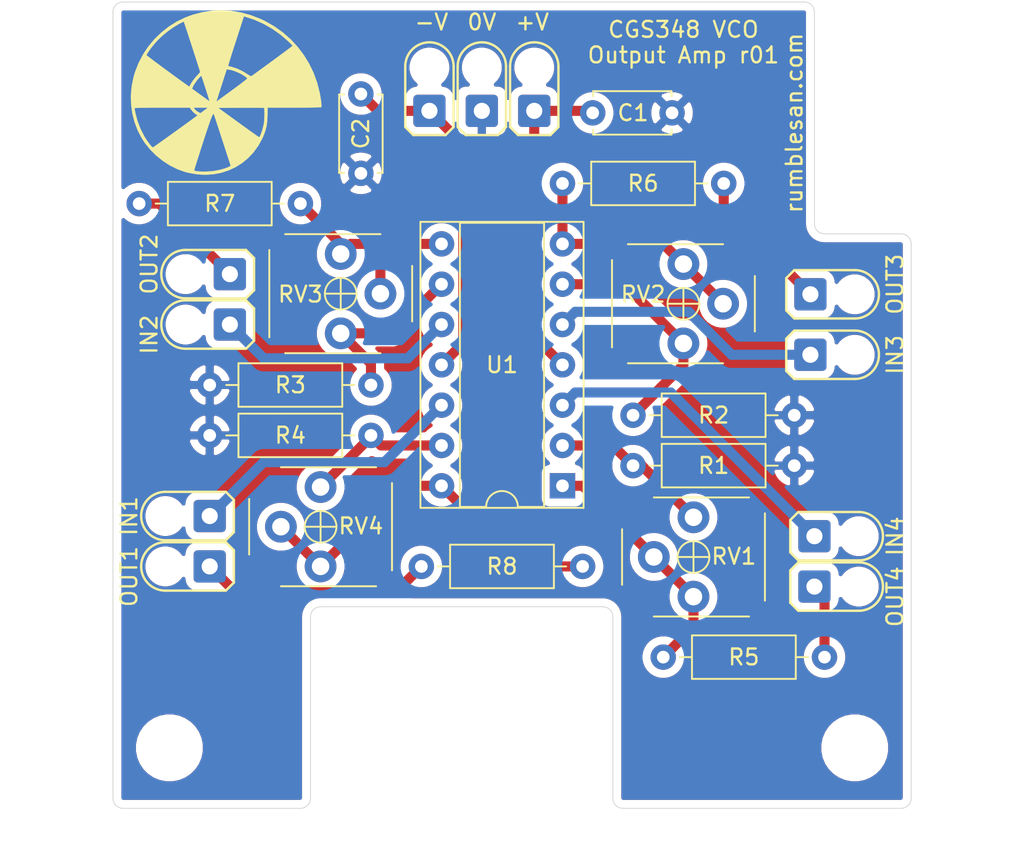
<source format=kicad_pcb>
(kicad_pcb (version 20171130) (host pcbnew "(5.1.8-0-10_14)")
  (layers (0 F.Cu signal) (31 B.Cu signal) (36 B.SilkS user) (37 F.SilkS user) (38 B.Mask user) (39 F.Mask user) (44 Edge.Cuts user))
  (net 0 "")
  (net 1 GND)
  (net 2 +12V)
  (net 3 -12V)
  (net 4 "Net-(J1-Pad1)")
  (net 5 "Net-(J2-Pad1)")
  (net 6 "Net-(J3-Pad1)")
  (net 7 "Net-(J4-Pad1)")
  (net 8 "Net-(J5-Pad1)")
  (net 9 "Net-(J6-Pad1)")
  (net 10 "Net-(J7-Pad1)")
  (net 11 "Net-(J8-Pad1)")
  (net 12 "Net-(R1-Pad1)")
  (net 13 "Net-(R2-Pad1)")
  (net 14 "Net-(R3-Pad1)")
  (net 15 "Net-(R4-Pad1)")
  (net 16 "Net-(R5-Pad2)")
  (net 17 "Net-(R6-Pad2)")
  (net 18 "Net-(R7-Pad2)")
  (net 19 "Net-(R8-Pad2)")
  (module rumblesan-footprints:Logo_Ammonite-simple_10.4mmx12.0mm (layer F.Cu) (at 95.25 107.95 90)
    (fp_text reference H3 hide)
    (fp_text value Logo_Ammonite-simple hide)
    (fp_poly (pts (xy 1.032799 -4.917203) (xy 1.602938 -4.803894) (xy 1.950328 -4.702154) (xy 2.511868 -4.481942) (xy 3.043657 -4.203555) (xy 3.541437 -3.871283) (xy 4.000951 -3.489415) (xy 4.417944 -3.06224) (xy 4.788157 -2.594048) (xy 5.107334 -2.089128) (xy 5.371218 -1.551771) (xy 5.547304 -1.07762) (xy 5.705433 -0.47201) (xy 5.79761 0.14295) (xy 5.82422 0.762934) (xy 5.785649 1.383615) (xy 5.682283 2.000669) (xy 5.514507 2.609767) (xy 5.282707 3.206585) (xy 5.138453 3.507792) (xy 4.807993 4.082105) (xy 4.426498 4.614309) (xy 3.997568 5.101669) (xy 3.524802 5.541449) (xy 3.011799 5.930913) (xy 2.46216 6.267326) (xy 1.879485 6.547954) (xy 1.267372 6.77006) (xy 0.635371 6.929721) (xy 0.397238 6.974242) (xy 0.180809 7.00876) (xy -0.004619 7.032246) (xy -0.149747 7.043669) (xy -0.24528 7.041998) (xy -0.27923 7.031103) (xy -0.284232 6.993104) (xy -0.288909 6.893944) (xy -0.293163 6.740195) (xy -0.296897 6.538429) (xy -0.300012 6.295218) (xy -0.302409 6.017133) (xy -0.303992 5.710748) (xy -0.304662 5.382634) (xy -0.304678 5.326002) (xy -0.304726 3.64678) (xy -0.787278 3.642638) (xy -1.158825 3.625497) (xy -1.491225 3.577387) (xy -1.808015 3.492995) (xy -2.132731 3.367012) (xy -2.252891 3.311977) (xy -2.606381 3.117184) (xy -2.167297 3.117184) (xy -2.136343 3.149546) (xy -2.051759 3.192674) (xy -1.92596 3.242309) (xy -1.77136 3.294189) (xy -1.600375 3.344054) (xy -1.42542 3.387644) (xy -1.308431 3.411919) (xy -1.195701 3.427182) (xy -1.049986 3.438675) (xy -0.886274 3.446222) (xy -0.71955 3.449648) (xy -0.5648 3.448777) (xy -0.437012 3.443434) (xy -0.35117 3.433443) (xy -0.323927 3.423453) (xy -0.319864 3.386366) (xy -0.316488 3.28866) (xy -0.313854 3.137446) (xy -0.312017 2.939835) (xy -0.311032 2.702938) (xy -0.31101 2.626808) (xy 1.684212 2.626808) (xy 1.718205 2.677566) (xy 1.785793 2.773435) (xy 1.882204 2.907923) (xy 2.002668 3.074541) (xy 2.142412 3.266797) (xy 2.296664 3.478201) (xy 2.460654 3.702263) (xy 2.62961 3.932492) (xy 2.798759 4.162397) (xy 2.963332 4.385489) (xy 3.118555 4.595276) (xy 3.259657 4.785269) (xy 3.381867 4.948976) (xy 3.480414 5.079907) (xy 3.550525 5.171572) (xy 3.587429 5.21748) (xy 3.59179 5.22158) (xy 3.623503 5.198507) (xy 3.690449 5.136237) (xy 3.781757 5.045191) (xy 3.854667 4.969581) (xy 4.286587 4.470052) (xy 4.661763 3.941747) (xy 4.977562 3.389158) (xy 5.231351 2.816778) (xy 5.384822 2.358586) (xy 5.443801 2.154126) (xy 3.889878 1.650716) (xy 3.579962 1.550662) (xy 3.290171 1.457777) (xy 3.026769 1.37402) (xy 2.796022 1.301351) (xy 2.604195 1.241732) (xy 2.457551 1.197122) (xy 2.362357 1.169482) (xy 2.324877 1.160772) (xy 2.324586 1.16091) (xy 2.311475 1.198162) (xy 2.287607 1.2835) (xy 2.257938 1.399123) (xy 2.255308 1.409773) (xy 2.15443 1.720344) (xy 2.005668 2.040898) (xy 1.819984 2.347874) (xy 1.81652 2.352914) (xy 1.733843 2.482934) (xy 1.68868 2.576999) (xy 1.684212 2.626808) (xy -0.31101 2.626808) (xy -0.310954 2.433866) (xy -0.311837 2.139731) (xy -0.312725 1.974266) (xy -0.321563 0.545206) (xy -1.24443 1.814363) (xy -1.432233 2.073342) (xy -1.60721 2.315996) (xy -1.76542 2.536763) (xy -1.902924 2.730082) (xy -2.01578 2.890389) (xy -2.100051 3.012123) (xy -2.151794 3.089721) (xy -2.167297 3.117184) (xy -2.606381 3.117184) (xy -2.710638 3.059733) (xy -3.121547 2.761089) (xy -3.483816 2.420231) (xy -3.795646 2.041349) (xy -4.055236 1.628632) (xy -4.260787 1.186268) (xy -4.410496 0.718446) (xy -4.502566 0.229354) (xy -4.535194 -0.276818) (xy -4.530422 -0.363394) (xy -4.33396 -0.363394) (xy -4.329712 -0.160283) (xy -4.317644 0.04385) (xy -4.297452 0.237932) (xy -4.284197 0.327847) (xy -4.246355 0.52569) (xy -4.199548 0.722236) (xy -4.147335 0.906977) (xy -4.093275 1.069402) (xy -4.040927 1.199002) (xy -3.993849 1.28527) (xy -3.9556 1.317694) (xy -3.949319 1.316792) (xy -3.910482 1.303867) (xy -3.813544 1.272119) (xy -3.664838 1.223609) (xy -3.470695 1.160398) (xy -3.237449 1.084545) (xy -2.971432 0.998111) (xy -2.678977 0.903157) (xy -2.366416 0.801741) (xy -2.319697 0.786588) (xy -2.00563 0.684537) (xy -1.711522 0.588606) (xy -1.443591 0.500848) (xy -1.208054 0.423318) (xy -1.202224 0.421386) (xy 0.076634 0.421386) (xy 0.789339 1.399948) (xy 0.954589 1.625176) (xy 1.108278 1.831463) (xy 1.245701 2.012735) (xy 1.362152 2.162918) (xy 1.452926 2.275937) (xy 1.513317 2.345721) (xy 1.538171 2.366469) (xy 1.57325 2.334181) (xy 1.633008 2.259809) (xy 1.705585 2.1583) (xy 1.718564 2.139093) (xy 1.823353 1.96158) (xy 1.921924 1.756847) (xy 2.0054 1.546709) (xy 2.064905 1.352981) (xy 2.088726 1.229385) (xy 2.107183 1.072914) (xy 1.434677 0.856305) (xy 1.205046 0.782407) (xy 0.971598 0.707393) (xy 0.751412 0.636744) (xy 0.561567 0.575939) (xy 0.419402 0.530541) (xy 0.076634 0.421386) (xy -1.202224 0.421386) (xy -1.011127 0.358067) (xy -0.859028 0.307151) (xy -0.757973 0.272623) (xy -0.714181 0.256537) (xy -0.712912 0.25582) (xy -0.707817 0.235269) (xy -0.732205 0.208427) (xy -0.789934 0.173828) (xy -0.884864 0.130004) (xy -1.020855 0.075489) (xy -1.201767 0.008816) (xy -1.270567 -0.015236) (xy 0.10177 -0.015236) (xy 0.132184 -0.021926) (xy 0.216377 -0.046367) (xy 0.343777 -0.085177) (xy 0.503811 -0.134974) (xy 0.685905 -0.192375) (xy 0.879487 -0.254) (xy 1.073983 -0.316465) (xy 1.258822 -0.376389) (xy 1.423429 -0.430391) (xy 1.557233 -0.475087) (xy 1.64966 -0.507097) (xy 1.690137 -0.523038) (xy 1.690814 -0.523519) (xy 1.682953 -0.556793) (xy 1.6294 -0.617782) (xy 1.541466 -0.697618) (xy 1.430464 -0.787434) (xy 1.307706 -0.87836) (xy 1.184504 -0.96153) (xy 1.07217 -1.028075) (xy 1.006885 -1.059673) (xy 0.887583 -1.109521) (xy 0.494676 -0.568606) (xy 0.374327 -0.40232) (xy 0.268881 -0.255476) (xy 0.184366 -0.136563) (xy 0.126809 -0.054071) (xy 0.102238 -0.01649) (xy 0.10177 -0.015236) (xy -1.270567 -0.015236) (xy -1.431458 -0.071482) (xy -1.713788 -0.166873) (xy -2.052618 -0.278822) (xy -2.451806 -0.408797) (xy -2.517546 -0.430074) (xy -2.842193 -0.534816) (xy -2.996411 -0.584321) (xy -0.652315 -0.584321) (xy -0.487337 -0.356837) (xy -0.410833 -0.252713) (xy -0.350855 -0.173644) (xy -0.3172 -0.132452) (xy -0.313494 -0.129353) (xy -0.310205 -0.161129) (xy -0.307468 -0.248095) (xy -0.305535 -0.37771) (xy -0.304657 -0.53743) (xy -0.30463 -0.571926) (xy -0.30463 -1.014499) (xy -0.400633 -0.946139) (xy -0.475847 -0.873327) (xy -0.551015 -0.771415) (xy -0.574475 -0.73105) (xy -0.652315 -0.584321) (xy -2.996411 -0.584321) (xy -3.147935 -0.632961) (xy -3.428611 -0.722563) (xy -3.678063 -0.801682) (xy -3.89013 -0.868374) (xy -4.058654 -0.920697) (xy -4.177474 -0.956707) (xy -4.240431 -0.974463) (xy -4.248495 -0.97602) (xy -4.278804 -0.944132) (xy -4.302808 -0.855851) (xy -4.320204 -0.722252) (xy -4.330689 -0.554408) (xy -4.33396 -0.363394) (xy -4.530422 -0.363394) (xy -4.506581 -0.795884) (xy -4.414926 -1.323652) (xy -4.350841 -1.569089) (xy -4.180454 -2.042811) (xy -3.949264 -2.505533) (xy -3.664168 -2.948396) (xy -3.332064 -3.362542) (xy -3.119064 -3.578034) (xy -2.810764 -3.578034) (xy -2.79167 -3.547475) (xy -2.737418 -3.468564) (xy -2.652556 -3.347617) (xy -2.541627 -3.190949) (xy -2.409178 -3.004876) (xy -2.259755 -2.795713) (xy -2.097904 -2.569775) (xy -1.928169 -2.333377) (xy -1.755097 -2.092836) (xy -1.583234 -1.854465) (xy -1.417126 -1.624581) (xy -1.261317 -1.409499) (xy -1.120354 -1.215534) (xy -0.998783 -1.049002) (xy -0.901149 -0.916218) (xy -0.831998 -0.823497) (xy -0.795876 -0.777155) (xy -0.791731 -0.773016) (xy -0.772593 -0.798297) (xy -0.728493 -0.862712) (xy -0.700335 -0.904934) (xy -0.619126 -1.004067) (xy -0.512224 -1.105753) (xy -0.458768 -1.147742) (xy -0.30463 -1.258435) (xy -0.30463 -1.286745) (xy 1.016 -1.286745) (xy 1.239734 -1.161625) (xy 1.37345 -1.075998) (xy 1.524644 -0.962727) (xy 1.664534 -0.843646) (xy 1.688552 -0.821123) (xy 1.790272 -0.726438) (xy 1.874758 -0.652699) (xy 1.929571 -0.610533) (xy 1.941928 -0.604613) (xy 1.97885 -0.614555) (xy 2.073818 -0.643496) (xy 2.220487 -0.689414) (xy 2.412513 -0.750291) (xy 2.643553 -0.824104) (xy 2.907261 -0.908835) (xy 3.197295 -1.002463) (xy 3.50731 -1.102967) (xy 3.529544 -1.110191) (xy 3.840287 -1.211369) (xy 4.131013 -1.306417) (xy 4.395443 -1.393256) (xy 4.627296 -1.469804) (xy 4.820291 -1.533981) (xy 4.968148 -1.583706) (xy 5.064587 -1.616897) (xy 5.103328 -1.631475) (xy 5.103729 -1.631757) (xy 5.098675 -1.670879) (xy 5.062267 -1.756286) (xy 5.000086 -1.877486) (xy 4.917712 -2.023985) (xy 4.820724 -2.185291) (xy 4.750088 -2.29682) (xy 4.514631 -2.63002) (xy 4.24662 -2.957144) (xy 3.966721 -3.253701) (xy 3.849688 -3.364065) (xy 3.714975 -3.481196) (xy 3.567698 -3.601194) (xy 3.418225 -3.716535) (xy 3.276926 -3.819693) (xy 3.154167 -3.903146) (xy 3.060318 -3.959368) (xy 3.005746 -3.980836) (xy 3.000508 -3.980313) (xy 2.974821 -3.951832) (xy 2.913985 -3.874801) (xy 2.822631 -3.755493) (xy 2.705394 -3.600176) (xy 2.566907 -3.415121) (xy 2.411804 -3.206598) (xy 2.244717 -2.980877) (xy 2.07028 -2.744229) (xy 1.893127 -2.502923) (xy 1.717891 -2.263229) (xy 1.549205 -2.031419) (xy 1.391703 -1.813761) (xy 1.250017 -1.616526) (xy 1.15178 -1.478516) (xy 1.016 -1.286745) (xy -0.30463 -1.286745) (xy -0.30463 -2.996828) (xy -0.305241 -3.439) (xy -0.307089 -3.814503) (xy -0.310196 -4.124392) (xy -0.314581 -4.369721) (xy -0.320268 -4.551542) (xy -0.327277 -4.670911) (xy -0.335629 -4.728881) (xy -0.339925 -4.73522) (xy -0.388093 -4.728907) (xy -0.483781 -4.712189) (xy -0.608184 -4.68839) (xy -0.636258 -4.682792) (xy -1.13279 -4.553148) (xy -1.621135 -4.368077) (xy -2.081104 -4.13579) (xy -2.277612 -4.015337) (xy -2.455255 -3.894865) (xy -2.605273 -3.783937) (xy -2.719716 -3.689072) (xy -2.790637 -3.616789) (xy -2.810764 -3.578034) (xy -3.119064 -3.578034) (xy -2.959848 -3.739112) (xy -2.554418 -4.069246) (xy -2.245311 -4.273519) (xy -1.742935 -4.535607) (xy -1.215772 -4.736508) (xy -0.669221 -4.875669) (xy -0.108677 -4.95254) (xy 0.460462 -4.966568) (xy 1.032799 -4.917203)) (layer F.SilkS) (width 0.01))
  )
  (module MountingHole:MountingHole_3.2mm_M3 (layer F.Cu) (at 135.89 148.59)
    (fp_text reference H2 hide)
    (fp_text value MountingScrew_M3_Flathead)
    (pad 1 np_thru_hole circle (at 0 0) (size 3.2 3.2) (drill 3.2) (layers *.Cu *.Mask))
  )
  (module MountingHole:MountingHole_3.2mm_M3 (layer F.Cu) (at 92.71 148.59)
    (fp_text reference H1 hide)
    (fp_text value MountingScrew_M3_Flathead)
    (pad 1 np_thru_hole circle (at 0 0) (size 3.2 3.2) (drill 3.2) (layers *.Cu *.Mask))
  )
  (module Package_DIP:DIP-14_W7.62mm_Socket (layer F.Cu) (at 117.475 132.08 180)
    (fp_text reference U1 (at 3.81 7.62) (layer F.SilkS))
    (fp_text value TL074)
    (fp_line (start 8.95 -1.39) (end -1.33 -1.39) (layer F.SilkS) (width 0.12))
    (fp_line (start 8.95 16.63) (end 8.95 -1.39) (layer F.SilkS) (width 0.12))
    (fp_line (start -1.33 16.63) (end 8.95 16.63) (layer F.SilkS) (width 0.12))
    (fp_line (start -1.33 -1.39) (end -1.33 16.63) (layer F.SilkS) (width 0.12))
    (fp_line (start 6.46 -1.33) (end 4.81 -1.33) (layer F.SilkS) (width 0.12))
    (fp_line (start 6.46 16.57) (end 6.46 -1.33) (layer F.SilkS) (width 0.12))
    (fp_line (start 1.16 16.57) (end 6.46 16.57) (layer F.SilkS) (width 0.12))
    (fp_line (start 1.16 -1.33) (end 1.16 16.57) (layer F.SilkS) (width 0.12))
    (fp_line (start 2.81 -1.33) (end 1.16 -1.33) (layer F.SilkS) (width 0.12))
    (fp_arc (start 3.81 -1.33) (end 2.81 -1.33) (angle -180) (layer F.SilkS) (width 0.12))
    (pad 14 thru_hole oval (at 7.62 0 180) (size 1.6 1.6) (drill 0.8) (layers *.Cu *.Mask) (net 19 "Net-(R8-Pad2)"))
    (pad 7 thru_hole oval (at 0 15.24 180) (size 1.6 1.6) (drill 0.8) (layers *.Cu *.Mask) (net 17 "Net-(R6-Pad2)"))
    (pad 13 thru_hole oval (at 7.62 2.54 180) (size 1.6 1.6) (drill 0.8) (layers *.Cu *.Mask) (net 15 "Net-(R4-Pad1)"))
    (pad 6 thru_hole oval (at 0 12.7 180) (size 1.6 1.6) (drill 0.8) (layers *.Cu *.Mask) (net 13 "Net-(R2-Pad1)"))
    (pad 12 thru_hole oval (at 7.62 5.08 180) (size 1.6 1.6) (drill 0.8) (layers *.Cu *.Mask) (net 7 "Net-(J4-Pad1)"))
    (pad 5 thru_hole oval (at 0 10.16 180) (size 1.6 1.6) (drill 0.8) (layers *.Cu *.Mask) (net 5 "Net-(J2-Pad1)"))
    (pad 11 thru_hole oval (at 7.62 7.62 180) (size 1.6 1.6) (drill 0.8) (layers *.Cu *.Mask) (net 3 -12V))
    (pad 4 thru_hole oval (at 0 7.62 180) (size 1.6 1.6) (drill 0.8) (layers *.Cu *.Mask) (net 2 +12V))
    (pad 10 thru_hole oval (at 7.62 10.16 180) (size 1.6 1.6) (drill 0.8) (layers *.Cu *.Mask) (net 6 "Net-(J3-Pad1)"))
    (pad 3 thru_hole oval (at 0 5.08 180) (size 1.6 1.6) (drill 0.8) (layers *.Cu *.Mask) (net 4 "Net-(J1-Pad1)"))
    (pad 9 thru_hole oval (at 7.62 12.7 180) (size 1.6 1.6) (drill 0.8) (layers *.Cu *.Mask) (net 14 "Net-(R3-Pad1)"))
    (pad 2 thru_hole oval (at 0 2.54 180) (size 1.6 1.6) (drill 0.8) (layers *.Cu *.Mask) (net 12 "Net-(R1-Pad1)"))
    (pad 8 thru_hole oval (at 7.62 15.24 180) (size 1.6 1.6) (drill 0.8) (layers *.Cu *.Mask) (net 18 "Net-(R7-Pad2)"))
    (pad 1 thru_hole rect (at 0 0 180) (size 1.6 1.6) (drill 0.8) (layers *.Cu *.Mask) (net 16 "Net-(R5-Pad2)"))
  )
  (module rumblesan-footprints:Potentiometer_THT_Bourns_3306P_Vertical (layer F.Cu) (at 102.235 134.66 90)
    (fp_text reference RV4 (at 0.04 2.54) (layer F.SilkS))
    (fp_text value 20k)
    (fp_line (start -3.75 -2.5) (end -3.75 3.5) (layer F.SilkS) (width 0.12))
    (fp_line (start -2.75 4.5) (end 2.75 4.5) (layer F.SilkS) (width 0.12))
    (fp_line (start 3.75 3.5) (end 3.75 -2.5) (layer F.SilkS) (width 0.12))
    (fp_line (start -1.75 -4.5) (end 1.75 -4.5) (layer F.SilkS) (width 0.12))
    (fp_line (start 0 -1) (end 0 1) (layer F.SilkS) (width 0.12))
    (fp_line (start 1 0) (end -1 0) (layer F.SilkS) (width 0.12))
    (fp_circle (center 0 0) (end 1 0) (layer F.SilkS) (width 0.12))
    (pad 3 thru_hole circle (at 2.5 0 90) (size 2 2) (drill 1.1) (layers *.Cu *.Mask) (net 15 "Net-(R4-Pad1)"))
    (pad 1 thru_hole circle (at -2.5 0 90) (size 2 2) (drill 1.1) (layers *.Cu *.Mask) (net 19 "Net-(R8-Pad2)"))
    (pad 2 thru_hole circle (at 0 -2.5 90) (size 2 2) (drill 1.1) (layers *.Cu *.Mask) (net 19 "Net-(R8-Pad2)"))
  )
  (module rumblesan-footprints:Potentiometer_THT_Bourns_3306P_Vertical (layer F.Cu) (at 103.505 119.975 270)
    (fp_text reference RV3 (at 0.04 2.54 180) (layer F.SilkS))
    (fp_text value 20k)
    (fp_line (start -3.75 -2.5) (end -3.75 3.5) (layer F.SilkS) (width 0.12))
    (fp_line (start -2.75 4.5) (end 2.75 4.5) (layer F.SilkS) (width 0.12))
    (fp_line (start 3.75 3.5) (end 3.75 -2.5) (layer F.SilkS) (width 0.12))
    (fp_line (start -1.75 -4.5) (end 1.75 -4.5) (layer F.SilkS) (width 0.12))
    (fp_line (start 0 -1) (end 0 1) (layer F.SilkS) (width 0.12))
    (fp_line (start 1 0) (end -1 0) (layer F.SilkS) (width 0.12))
    (fp_circle (center 0 0) (end 1 0) (layer F.SilkS) (width 0.12))
    (pad 3 thru_hole circle (at 2.5 0 270) (size 2 2) (drill 1.1) (layers *.Cu *.Mask) (net 14 "Net-(R3-Pad1)"))
    (pad 1 thru_hole circle (at -2.5 0 270) (size 2 2) (drill 1.1) (layers *.Cu *.Mask) (net 18 "Net-(R7-Pad2)"))
    (pad 2 thru_hole circle (at 0 -2.5 270) (size 2 2) (drill 1.1) (layers *.Cu *.Mask) (net 18 "Net-(R7-Pad2)"))
  )
  (module rumblesan-footprints:Potentiometer_THT_Bourns_3306P_Vertical (layer F.Cu) (at 125.095 120.61 270)
    (fp_text reference RV2 (at -0.595 2.54 180) (layer F.SilkS))
    (fp_text value 20k)
    (fp_line (start -3.75 -2.5) (end -3.75 3.5) (layer F.SilkS) (width 0.12))
    (fp_line (start -2.75 4.5) (end 2.75 4.5) (layer F.SilkS) (width 0.12))
    (fp_line (start 3.75 3.5) (end 3.75 -2.5) (layer F.SilkS) (width 0.12))
    (fp_line (start -1.75 -4.5) (end 1.75 -4.5) (layer F.SilkS) (width 0.12))
    (fp_line (start 0 -1) (end 0 1) (layer F.SilkS) (width 0.12))
    (fp_line (start 1 0) (end -1 0) (layer F.SilkS) (width 0.12))
    (fp_circle (center 0 0) (end 1 0) (layer F.SilkS) (width 0.12))
    (pad 3 thru_hole circle (at 2.5 0 270) (size 2 2) (drill 1.1) (layers *.Cu *.Mask) (net 13 "Net-(R2-Pad1)"))
    (pad 1 thru_hole circle (at -2.5 0 270) (size 2 2) (drill 1.1) (layers *.Cu *.Mask) (net 17 "Net-(R6-Pad2)"))
    (pad 2 thru_hole circle (at 0 -2.5 270) (size 2 2) (drill 1.1) (layers *.Cu *.Mask) (net 17 "Net-(R6-Pad2)"))
  )
  (module rumblesan-footprints:Potentiometer_THT_Bourns_3306P_Vertical (layer F.Cu) (at 125.73 136.565 90)
    (fp_text reference RV1 (at 0.04 2.54 180) (layer F.SilkS))
    (fp_text value 20k)
    (fp_line (start -3.75 -2.5) (end -3.75 3.5) (layer F.SilkS) (width 0.12))
    (fp_line (start -2.75 4.5) (end 2.75 4.5) (layer F.SilkS) (width 0.12))
    (fp_line (start 3.75 3.5) (end 3.75 -2.5) (layer F.SilkS) (width 0.12))
    (fp_line (start -1.75 -4.5) (end 1.75 -4.5) (layer F.SilkS) (width 0.12))
    (fp_line (start 0 -1) (end 0 1) (layer F.SilkS) (width 0.12))
    (fp_line (start 1 0) (end -1 0) (layer F.SilkS) (width 0.12))
    (fp_circle (center 0 0) (end 1 0) (layer F.SilkS) (width 0.12))
    (pad 3 thru_hole circle (at 2.5 0 90) (size 2 2) (drill 1.1) (layers *.Cu *.Mask) (net 12 "Net-(R1-Pad1)"))
    (pad 1 thru_hole circle (at -2.5 0 90) (size 2 2) (drill 1.1) (layers *.Cu *.Mask) (net 16 "Net-(R5-Pad2)"))
    (pad 2 thru_hole circle (at 0 -2.5 90) (size 2 2) (drill 1.1) (layers *.Cu *.Mask) (net 16 "Net-(R5-Pad2)"))
  )
  (module rumblesan-footprints:Resistor_THT_L6.3mm_D2.5mm_P10.16mm_Horizontal (layer F.Cu) (at 108.585 137.16)
    (fp_text reference R8 (at 5.08 0) (layer F.SilkS))
    (fp_text value 1k)
    (fp_line (start 1.81 -1.37) (end 1.81 1.37) (layer F.SilkS) (width 0.12))
    (fp_line (start 1.81 1.37) (end 8.35 1.37) (layer F.SilkS) (width 0.12))
    (fp_line (start 8.35 1.37) (end 8.35 -1.37) (layer F.SilkS) (width 0.12))
    (fp_line (start 8.35 -1.37) (end 1.81 -1.37) (layer F.SilkS) (width 0.12))
    (fp_line (start 1.04 0) (end 1.81 0) (layer F.SilkS) (width 0.12))
    (fp_line (start 9.12 0) (end 8.35 0) (layer F.SilkS) (width 0.12))
    (pad 2 thru_hole oval (at 10.16 0) (size 1.6 1.6) (drill 0.8) (layers *.Cu *.Mask) (net 19 "Net-(R8-Pad2)"))
    (pad 1 thru_hole circle (at 0 0) (size 1.6 1.6) (drill 0.8) (layers *.Cu *.Mask) (net 11 "Net-(J8-Pad1)"))
  )
  (module rumblesan-footprints:Resistor_THT_L6.3mm_D2.5mm_P10.16mm_Horizontal (layer F.Cu) (at 90.805 114.3)
    (fp_text reference R7 (at 5.08 0) (layer F.SilkS))
    (fp_text value 1k)
    (fp_line (start 1.81 -1.37) (end 1.81 1.37) (layer F.SilkS) (width 0.12))
    (fp_line (start 1.81 1.37) (end 8.35 1.37) (layer F.SilkS) (width 0.12))
    (fp_line (start 8.35 1.37) (end 8.35 -1.37) (layer F.SilkS) (width 0.12))
    (fp_line (start 8.35 -1.37) (end 1.81 -1.37) (layer F.SilkS) (width 0.12))
    (fp_line (start 1.04 0) (end 1.81 0) (layer F.SilkS) (width 0.12))
    (fp_line (start 9.12 0) (end 8.35 0) (layer F.SilkS) (width 0.12))
    (pad 2 thru_hole oval (at 10.16 0) (size 1.6 1.6) (drill 0.8) (layers *.Cu *.Mask) (net 18 "Net-(R7-Pad2)"))
    (pad 1 thru_hole circle (at 0 0) (size 1.6 1.6) (drill 0.8) (layers *.Cu *.Mask) (net 10 "Net-(J7-Pad1)"))
  )
  (module rumblesan-footprints:Resistor_THT_L6.3mm_D2.5mm_P10.16mm_Horizontal (layer F.Cu) (at 127.635 113.03 180)
    (fp_text reference R6 (at 5.08 0) (layer F.SilkS))
    (fp_text value 1k)
    (fp_line (start 1.81 -1.37) (end 1.81 1.37) (layer F.SilkS) (width 0.12))
    (fp_line (start 1.81 1.37) (end 8.35 1.37) (layer F.SilkS) (width 0.12))
    (fp_line (start 8.35 1.37) (end 8.35 -1.37) (layer F.SilkS) (width 0.12))
    (fp_line (start 8.35 -1.37) (end 1.81 -1.37) (layer F.SilkS) (width 0.12))
    (fp_line (start 1.04 0) (end 1.81 0) (layer F.SilkS) (width 0.12))
    (fp_line (start 9.12 0) (end 8.35 0) (layer F.SilkS) (width 0.12))
    (pad 2 thru_hole oval (at 10.16 0 180) (size 1.6 1.6) (drill 0.8) (layers *.Cu *.Mask) (net 17 "Net-(R6-Pad2)"))
    (pad 1 thru_hole circle (at 0 0 180) (size 1.6 1.6) (drill 0.8) (layers *.Cu *.Mask) (net 9 "Net-(J6-Pad1)"))
  )
  (module rumblesan-footprints:Resistor_THT_L6.3mm_D2.5mm_P10.16mm_Horizontal (layer F.Cu) (at 133.985 142.875 180)
    (fp_text reference R5 (at 5.08 0) (layer F.SilkS))
    (fp_text value 1k)
    (fp_line (start 1.81 -1.37) (end 1.81 1.37) (layer F.SilkS) (width 0.12))
    (fp_line (start 1.81 1.37) (end 8.35 1.37) (layer F.SilkS) (width 0.12))
    (fp_line (start 8.35 1.37) (end 8.35 -1.37) (layer F.SilkS) (width 0.12))
    (fp_line (start 8.35 -1.37) (end 1.81 -1.37) (layer F.SilkS) (width 0.12))
    (fp_line (start 1.04 0) (end 1.81 0) (layer F.SilkS) (width 0.12))
    (fp_line (start 9.12 0) (end 8.35 0) (layer F.SilkS) (width 0.12))
    (pad 2 thru_hole oval (at 10.16 0 180) (size 1.6 1.6) (drill 0.8) (layers *.Cu *.Mask) (net 16 "Net-(R5-Pad2)"))
    (pad 1 thru_hole circle (at 0 0 180) (size 1.6 1.6) (drill 0.8) (layers *.Cu *.Mask) (net 8 "Net-(J5-Pad1)"))
  )
  (module rumblesan-footprints:Resistor_THT_L6.3mm_D2.5mm_P10.16mm_Horizontal (layer F.Cu) (at 105.41 128.905 180)
    (fp_text reference R4 (at 5.08 0) (layer F.SilkS))
    (fp_text value 4k7)
    (fp_line (start 1.81 -1.37) (end 1.81 1.37) (layer F.SilkS) (width 0.12))
    (fp_line (start 1.81 1.37) (end 8.35 1.37) (layer F.SilkS) (width 0.12))
    (fp_line (start 8.35 1.37) (end 8.35 -1.37) (layer F.SilkS) (width 0.12))
    (fp_line (start 8.35 -1.37) (end 1.81 -1.37) (layer F.SilkS) (width 0.12))
    (fp_line (start 1.04 0) (end 1.81 0) (layer F.SilkS) (width 0.12))
    (fp_line (start 9.12 0) (end 8.35 0) (layer F.SilkS) (width 0.12))
    (pad 2 thru_hole oval (at 10.16 0 180) (size 1.6 1.6) (drill 0.8) (layers *.Cu *.Mask) (net 1 GND))
    (pad 1 thru_hole circle (at 0 0 180) (size 1.6 1.6) (drill 0.8) (layers *.Cu *.Mask) (net 15 "Net-(R4-Pad1)"))
  )
  (module rumblesan-footprints:Resistor_THT_L6.3mm_D2.5mm_P10.16mm_Horizontal (layer F.Cu) (at 105.41 125.73 180)
    (fp_text reference R3 (at 5.08 0) (layer F.SilkS))
    (fp_text value 4k7)
    (fp_line (start 1.81 -1.37) (end 1.81 1.37) (layer F.SilkS) (width 0.12))
    (fp_line (start 1.81 1.37) (end 8.35 1.37) (layer F.SilkS) (width 0.12))
    (fp_line (start 8.35 1.37) (end 8.35 -1.37) (layer F.SilkS) (width 0.12))
    (fp_line (start 8.35 -1.37) (end 1.81 -1.37) (layer F.SilkS) (width 0.12))
    (fp_line (start 1.04 0) (end 1.81 0) (layer F.SilkS) (width 0.12))
    (fp_line (start 9.12 0) (end 8.35 0) (layer F.SilkS) (width 0.12))
    (pad 2 thru_hole oval (at 10.16 0 180) (size 1.6 1.6) (drill 0.8) (layers *.Cu *.Mask) (net 1 GND))
    (pad 1 thru_hole circle (at 0 0 180) (size 1.6 1.6) (drill 0.8) (layers *.Cu *.Mask) (net 14 "Net-(R3-Pad1)"))
  )
  (module rumblesan-footprints:Resistor_THT_L6.3mm_D2.5mm_P10.16mm_Horizontal (layer F.Cu) (at 121.92 127.635)
    (fp_text reference R2 (at 5.08 0) (layer F.SilkS))
    (fp_text value 4k7)
    (fp_line (start 1.81 -1.37) (end 1.81 1.37) (layer F.SilkS) (width 0.12))
    (fp_line (start 1.81 1.37) (end 8.35 1.37) (layer F.SilkS) (width 0.12))
    (fp_line (start 8.35 1.37) (end 8.35 -1.37) (layer F.SilkS) (width 0.12))
    (fp_line (start 8.35 -1.37) (end 1.81 -1.37) (layer F.SilkS) (width 0.12))
    (fp_line (start 1.04 0) (end 1.81 0) (layer F.SilkS) (width 0.12))
    (fp_line (start 9.12 0) (end 8.35 0) (layer F.SilkS) (width 0.12))
    (pad 2 thru_hole oval (at 10.16 0) (size 1.6 1.6) (drill 0.8) (layers *.Cu *.Mask) (net 1 GND))
    (pad 1 thru_hole circle (at 0 0) (size 1.6 1.6) (drill 0.8) (layers *.Cu *.Mask) (net 13 "Net-(R2-Pad1)"))
  )
  (module rumblesan-footprints:Resistor_THT_L6.3mm_D2.5mm_P10.16mm_Horizontal (layer F.Cu) (at 121.92 130.81)
    (fp_text reference R1 (at 5.08 0) (layer F.SilkS))
    (fp_text value 4k7)
    (fp_line (start 1.81 -1.37) (end 1.81 1.37) (layer F.SilkS) (width 0.12))
    (fp_line (start 1.81 1.37) (end 8.35 1.37) (layer F.SilkS) (width 0.12))
    (fp_line (start 8.35 1.37) (end 8.35 -1.37) (layer F.SilkS) (width 0.12))
    (fp_line (start 8.35 -1.37) (end 1.81 -1.37) (layer F.SilkS) (width 0.12))
    (fp_line (start 1.04 0) (end 1.81 0) (layer F.SilkS) (width 0.12))
    (fp_line (start 9.12 0) (end 8.35 0) (layer F.SilkS) (width 0.12))
    (pad 2 thru_hole oval (at 10.16 0) (size 1.6 1.6) (drill 0.8) (layers *.Cu *.Mask) (net 1 GND))
    (pad 1 thru_hole circle (at 0 0) (size 1.6 1.6) (drill 0.8) (layers *.Cu *.Mask) (net 12 "Net-(R1-Pad1)"))
  )
  (module rumblesan-footprints:SolderWire-24AWG-0.2sqmm_1x03_D0.5mm_OD1.1mm_Relief (layer F.Cu) (at 112.395 108.458 180)
    (fp_text reference J9 hide)
    (fp_text value Power hide)
    (fp_line (start 2.286 -1.524) (end 1.778 -1.016) (layer F.SilkS) (width 0.1524))
    (fp_line (start 1.778 -1.016) (end 1.778 2.794) (layer F.SilkS) (width 0.1524))
    (fp_line (start 4.826 2.794) (end 4.826 -1.016) (layer F.SilkS) (width 0.1524))
    (fp_line (start 4.318 -1.524) (end 2.286 -1.524) (layer F.SilkS) (width 0.1524))
    (fp_line (start 4.826 -1.016) (end 4.318 -1.524) (layer F.SilkS) (width 0.1524))
    (fp_line (start -4.318 -1.524) (end -4.826 -1.016) (layer F.SilkS) (width 0.1524))
    (fp_line (start -4.826 -1.016) (end -4.826 2.794) (layer F.SilkS) (width 0.1524))
    (fp_line (start -1.778 2.794) (end -1.778 -1.016) (layer F.SilkS) (width 0.1524))
    (fp_line (start -2.286 -1.524) (end -4.318 -1.524) (layer F.SilkS) (width 0.1524))
    (fp_line (start -1.778 -1.016) (end -2.286 -1.524) (layer F.SilkS) (width 0.1524))
    (fp_line (start -1.524 -1.016) (end -1.524 2.794) (layer F.SilkS) (width 0.1524))
    (fp_line (start -1.016 -1.524) (end -1.524 -1.016) (layer F.SilkS) (width 0.1524))
    (fp_line (start 1.016 -1.524) (end -1.016 -1.524) (layer F.SilkS) (width 0.1524))
    (fp_line (start 1.524 -1.016) (end 1.016 -1.524) (layer F.SilkS) (width 0.1524))
    (fp_line (start 1.524 2.794) (end 1.524 -1.016) (layer F.SilkS) (width 0.1524))
    (fp_arc (start 3.302 2.794) (end 1.778 2.794) (angle -180) (layer F.SilkS) (width 0.1524))
    (fp_arc (start -3.302 2.794) (end -4.826 2.794) (angle -180) (layer F.SilkS) (width 0.1524))
    (fp_arc (start 0 2.794) (end -1.524 2.794) (angle -180) (layer F.SilkS) (width 0.1524))
    (pad "" np_thru_hole circle (at 3.302 2.73 180) (size 1.5 1.5) (drill 1.5) (layers *.Cu *.Mask))
    (pad 3 thru_hole roundrect (at 3.302 0 180) (size 2.032 2.032) (drill 1.016) (layers *.Cu *.Mask) (roundrect_rratio 0.125) (net 3 -12V))
    (pad "" np_thru_hole circle (at -3.302 2.73 180) (size 1.5 1.5) (drill 1.5) (layers *.Cu *.Mask))
    (pad 1 thru_hole roundrect (at -3.302 0 180) (size 2.032 2.032) (drill 1.016) (layers *.Cu *.Mask) (roundrect_rratio 0.125) (net 2 +12V))
    (pad "" np_thru_hole circle (at 0 2.73 180) (size 1.5 1.5) (drill 1.5) (layers *.Cu *.Mask))
    (pad 2 thru_hole roundrect (at 0 0 180) (size 2.032 2.032) (drill 1.016) (layers *.Cu *.Mask) (roundrect_rratio 0.125) (net 1 GND))
  )
  (module rumblesan-footprints:SolderWire-24AWG-0.2sqmm_1x01_D0.5mm_OD1.1mm_Relief (layer F.Cu) (at 95.25 137.16 270)
    (fp_text reference OUT1 (at 0.635 5.08 90) (layer F.SilkS))
    (fp_text value Wire_24AWG_Stranded hide)
    (fp_line (start -1.524 -1.016) (end -1.524 2.794) (layer F.SilkS) (width 0.1524))
    (fp_line (start -1.016 -1.524) (end -1.524 -1.016) (layer F.SilkS) (width 0.1524))
    (fp_line (start 1.016 -1.524) (end -1.016 -1.524) (layer F.SilkS) (width 0.1524))
    (fp_line (start 1.524 -1.016) (end 1.016 -1.524) (layer F.SilkS) (width 0.1524))
    (fp_line (start 1.524 2.794) (end 1.524 -1.016) (layer F.SilkS) (width 0.1524))
    (fp_arc (start 0 2.794) (end -1.524 2.794) (angle -180) (layer F.SilkS) (width 0.1524))
    (pad "" np_thru_hole circle (at 0 2.794 270) (size 1.5 1.5) (drill 1.5) (layers *.Cu *.Mask))
    (pad 1 thru_hole roundrect (at 0 0 270) (size 2.032 2.032) (drill 1.016) (layers *.Cu *.Mask) (roundrect_rratio 0.125) (net 11 "Net-(J8-Pad1)"))
  )
  (module rumblesan-footprints:SolderWire-24AWG-0.2sqmm_1x01_D0.5mm_OD1.1mm_Relief (layer F.Cu) (at 96.52 118.745 270)
    (fp_text reference OUT2 (at -0.635 5.08 270) (layer F.SilkS))
    (fp_text value Wire_24AWG_Stranded hide)
    (fp_line (start -1.524 -1.016) (end -1.524 2.794) (layer F.SilkS) (width 0.1524))
    (fp_line (start -1.016 -1.524) (end -1.524 -1.016) (layer F.SilkS) (width 0.1524))
    (fp_line (start 1.016 -1.524) (end -1.016 -1.524) (layer F.SilkS) (width 0.1524))
    (fp_line (start 1.524 -1.016) (end 1.016 -1.524) (layer F.SilkS) (width 0.1524))
    (fp_line (start 1.524 2.794) (end 1.524 -1.016) (layer F.SilkS) (width 0.1524))
    (fp_arc (start 0 2.794) (end -1.524 2.794) (angle -180) (layer F.SilkS) (width 0.1524))
    (pad "" np_thru_hole circle (at 0 2.794 270) (size 1.5 1.5) (drill 1.5) (layers *.Cu *.Mask))
    (pad 1 thru_hole roundrect (at 0 0 270) (size 2.032 2.032) (drill 1.016) (layers *.Cu *.Mask) (roundrect_rratio 0.125) (net 10 "Net-(J7-Pad1)"))
  )
  (module rumblesan-footprints:SolderWire-24AWG-0.2sqmm_1x01_D0.5mm_OD1.1mm_Relief (layer F.Cu) (at 133.096 120.015 90)
    (fp_text reference OUT3 (at 0.635 5.334 90) (layer F.SilkS))
    (fp_text value Wire_24AWG_Stranded hide)
    (fp_line (start -1.524 -1.016) (end -1.524 2.794) (layer F.SilkS) (width 0.1524))
    (fp_line (start -1.016 -1.524) (end -1.524 -1.016) (layer F.SilkS) (width 0.1524))
    (fp_line (start 1.016 -1.524) (end -1.016 -1.524) (layer F.SilkS) (width 0.1524))
    (fp_line (start 1.524 -1.016) (end 1.016 -1.524) (layer F.SilkS) (width 0.1524))
    (fp_line (start 1.524 2.794) (end 1.524 -1.016) (layer F.SilkS) (width 0.1524))
    (fp_arc (start 0 2.794) (end -1.524 2.794) (angle -180) (layer F.SilkS) (width 0.1524))
    (pad "" np_thru_hole circle (at 0 2.794 90) (size 1.5 1.5) (drill 1.5) (layers *.Cu *.Mask))
    (pad 1 thru_hole roundrect (at 0 0 90) (size 2.032 2.032) (drill 1.016) (layers *.Cu *.Mask) (roundrect_rratio 0.125) (net 9 "Net-(J6-Pad1)"))
  )
  (module rumblesan-footprints:SolderWire-24AWG-0.2sqmm_1x01_D0.5mm_OD1.1mm_Relief (layer F.Cu) (at 133.35 138.43 90)
    (fp_text reference OUT4 (at -0.635 5.08 90) (layer F.SilkS))
    (fp_text value Wire_24AWG_Stranded hide)
    (fp_line (start -1.524 -1.016) (end -1.524 2.794) (layer F.SilkS) (width 0.1524))
    (fp_line (start -1.016 -1.524) (end -1.524 -1.016) (layer F.SilkS) (width 0.1524))
    (fp_line (start 1.016 -1.524) (end -1.016 -1.524) (layer F.SilkS) (width 0.1524))
    (fp_line (start 1.524 -1.016) (end 1.016 -1.524) (layer F.SilkS) (width 0.1524))
    (fp_line (start 1.524 2.794) (end 1.524 -1.016) (layer F.SilkS) (width 0.1524))
    (fp_arc (start 0 2.794) (end -1.524 2.794) (angle -180) (layer F.SilkS) (width 0.1524))
    (pad "" np_thru_hole circle (at 0 2.794 90) (size 1.5 1.5) (drill 1.5) (layers *.Cu *.Mask))
    (pad 1 thru_hole roundrect (at 0 0 90) (size 2.032 2.032) (drill 1.016) (layers *.Cu *.Mask) (roundrect_rratio 0.125) (net 8 "Net-(J5-Pad1)"))
  )
  (module rumblesan-footprints:SolderWire-24AWG-0.2sqmm_1x01_D0.5mm_OD1.1mm_Relief (layer F.Cu) (at 95.25 133.985 270)
    (fp_text reference IN1 (at 0 5.08 90) (layer F.SilkS))
    (fp_text value Wire_24AWG_Stranded hide)
    (fp_line (start -1.524 -1.016) (end -1.524 2.794) (layer F.SilkS) (width 0.1524))
    (fp_line (start -1.016 -1.524) (end -1.524 -1.016) (layer F.SilkS) (width 0.1524))
    (fp_line (start 1.016 -1.524) (end -1.016 -1.524) (layer F.SilkS) (width 0.1524))
    (fp_line (start 1.524 -1.016) (end 1.016 -1.524) (layer F.SilkS) (width 0.1524))
    (fp_line (start 1.524 2.794) (end 1.524 -1.016) (layer F.SilkS) (width 0.1524))
    (fp_arc (start 0 2.794) (end -1.524 2.794) (angle -180) (layer F.SilkS) (width 0.1524))
    (pad "" np_thru_hole circle (at 0 2.794 270) (size 1.5 1.5) (drill 1.5) (layers *.Cu *.Mask))
    (pad 1 thru_hole roundrect (at 0 0 270) (size 2.032 2.032) (drill 1.016) (layers *.Cu *.Mask) (roundrect_rratio 0.125) (net 7 "Net-(J4-Pad1)"))
  )
  (module rumblesan-footprints:SolderWire-24AWG-0.2sqmm_1x01_D0.5mm_OD1.1mm_Relief (layer F.Cu) (at 96.52 121.92 270)
    (fp_text reference IN2 (at 0.635 5.08 270) (layer F.SilkS))
    (fp_text value Wire_24AWG_Stranded hide)
    (fp_line (start -1.524 -1.016) (end -1.524 2.794) (layer F.SilkS) (width 0.1524))
    (fp_line (start -1.016 -1.524) (end -1.524 -1.016) (layer F.SilkS) (width 0.1524))
    (fp_line (start 1.016 -1.524) (end -1.016 -1.524) (layer F.SilkS) (width 0.1524))
    (fp_line (start 1.524 -1.016) (end 1.016 -1.524) (layer F.SilkS) (width 0.1524))
    (fp_line (start 1.524 2.794) (end 1.524 -1.016) (layer F.SilkS) (width 0.1524))
    (fp_arc (start 0 2.794) (end -1.524 2.794) (angle -180) (layer F.SilkS) (width 0.1524))
    (pad "" np_thru_hole circle (at 0 2.794 270) (size 1.5 1.5) (drill 1.5) (layers *.Cu *.Mask))
    (pad 1 thru_hole roundrect (at 0 0 270) (size 2.032 2.032) (drill 1.016) (layers *.Cu *.Mask) (roundrect_rratio 0.125) (net 6 "Net-(J3-Pad1)"))
  )
  (module rumblesan-footprints:SolderWire-24AWG-0.2sqmm_1x01_D0.5mm_OD1.1mm_Relief (layer F.Cu) (at 133.096 123.825 90)
    (fp_text reference IN3 (at 0 5.334 90) (layer F.SilkS))
    (fp_text value Wire_24AWG_Stranded hide)
    (fp_line (start -1.524 -1.016) (end -1.524 2.794) (layer F.SilkS) (width 0.1524))
    (fp_line (start -1.016 -1.524) (end -1.524 -1.016) (layer F.SilkS) (width 0.1524))
    (fp_line (start 1.016 -1.524) (end -1.016 -1.524) (layer F.SilkS) (width 0.1524))
    (fp_line (start 1.524 -1.016) (end 1.016 -1.524) (layer F.SilkS) (width 0.1524))
    (fp_line (start 1.524 2.794) (end 1.524 -1.016) (layer F.SilkS) (width 0.1524))
    (fp_arc (start 0 2.794) (end -1.524 2.794) (angle -180) (layer F.SilkS) (width 0.1524))
    (pad "" np_thru_hole circle (at 0 2.794 90) (size 1.5 1.5) (drill 1.5) (layers *.Cu *.Mask))
    (pad 1 thru_hole roundrect (at 0 0 90) (size 2.032 2.032) (drill 1.016) (layers *.Cu *.Mask) (roundrect_rratio 0.125) (net 5 "Net-(J2-Pad1)"))
  )
  (module rumblesan-footprints:SolderWire-24AWG-0.2sqmm_1x01_D0.5mm_OD1.1mm_Relief (layer F.Cu) (at 133.35 135.255 90)
    (fp_text reference IN4 (at 0 5.08 90) (layer F.SilkS))
    (fp_text value Wire_24AWG_Stranded hide)
    (fp_line (start -1.524 -1.016) (end -1.524 2.794) (layer F.SilkS) (width 0.1524))
    (fp_line (start -1.016 -1.524) (end -1.524 -1.016) (layer F.SilkS) (width 0.1524))
    (fp_line (start 1.016 -1.524) (end -1.016 -1.524) (layer F.SilkS) (width 0.1524))
    (fp_line (start 1.524 -1.016) (end 1.016 -1.524) (layer F.SilkS) (width 0.1524))
    (fp_line (start 1.524 2.794) (end 1.524 -1.016) (layer F.SilkS) (width 0.1524))
    (fp_arc (start 0 2.794) (end -1.524 2.794) (angle -180) (layer F.SilkS) (width 0.1524))
    (pad "" np_thru_hole circle (at 0 2.794 90) (size 1.5 1.5) (drill 1.5) (layers *.Cu *.Mask))
    (pad 1 thru_hole roundrect (at 0 0 90) (size 2.032 2.032) (drill 1.016) (layers *.Cu *.Mask) (roundrect_rratio 0.125) (net 4 "Net-(J1-Pad1)"))
  )
  (module Capacitor_THT:C_Disc_D4.7mm_W2.5mm_P5.00mm (layer F.Cu) (at 104.775 112.395 90)
    (fp_text reference C2 (at 2.5 0 90) (layer F.SilkS))
    (fp_text value 100nF)
    (fp_line (start 4.97 1.055) (end 4.97 1.37) (layer F.SilkS) (width 0.12))
    (fp_line (start 4.97 -1.37) (end 4.97 -1.055) (layer F.SilkS) (width 0.12))
    (fp_line (start 0.03 1.055) (end 0.03 1.37) (layer F.SilkS) (width 0.12))
    (fp_line (start 0.03 -1.37) (end 0.03 -1.055) (layer F.SilkS) (width 0.12))
    (fp_line (start 0.03 1.37) (end 4.97 1.37) (layer F.SilkS) (width 0.12))
    (fp_line (start 0.03 -1.37) (end 4.97 -1.37) (layer F.SilkS) (width 0.12))
    (pad 2 thru_hole circle (at 5 0 90) (size 1.6 1.6) (drill 0.8) (layers *.Cu *.Mask) (net 3 -12V))
    (pad 1 thru_hole circle (at 0 0 90) (size 1.6 1.6) (drill 0.8) (layers *.Cu *.Mask) (net 1 GND))
  )
  (module Capacitor_THT:C_Disc_D4.7mm_W2.5mm_P5.00mm (layer F.Cu) (at 119.38 108.585)
    (fp_text reference C1 (at 2.54 0) (layer F.SilkS))
    (fp_text value 100nF)
    (fp_line (start 4.97 1.055) (end 4.97 1.37) (layer F.SilkS) (width 0.12))
    (fp_line (start 4.97 -1.37) (end 4.97 -1.055) (layer F.SilkS) (width 0.12))
    (fp_line (start 0.03 1.055) (end 0.03 1.37) (layer F.SilkS) (width 0.12))
    (fp_line (start 0.03 -1.37) (end 0.03 -1.055) (layer F.SilkS) (width 0.12))
    (fp_line (start 0.03 1.37) (end 4.97 1.37) (layer F.SilkS) (width 0.12))
    (fp_line (start 0.03 -1.37) (end 4.97 -1.37) (layer F.SilkS) (width 0.12))
    (pad 2 thru_hole circle (at 5 0) (size 1.6 1.6) (drill 0.8) (layers *.Cu *.Mask) (net 1 GND))
    (pad 1 thru_hole circle (at 0 0) (size 1.6 1.6) (drill 0.8) (layers *.Cu *.Mask) (net 2 +12V))
  )
  (gr_arc (start 138.811 116.84) (end 139.446 116.84) (angle -90) (layer Edge.Cuts) (width 0.05))
  (gr_arc (start 132.715 102.235) (end 133.35 102.235) (angle -90) (layer Edge.Cuts) (width 0.05))
  (gr_text rumblesan.com (at 132.08 109.22 90) (layer F.SilkS) (effects (font (size 1 1))))
  (gr_text "CGS348 VCO\nOutput Amp r01" (at 125.095 104.14) (layer F.SilkS) (effects (font (size 1 1))))
  (gr_arc (start 89.789 102.235) (end 89.789 101.6) (angle -90) (layer Edge.Cuts) (width 0.05))
  (gr_arc (start 133.985 115.57) (end 133.35 115.57) (angle -90) (layer Edge.Cuts) (width 0.05))
  (gr_arc (start 138.811 151.765) (end 138.811 152.4) (angle -90) (layer Edge.Cuts) (width 0.05))
  (gr_arc (start 121.285 151.765) (end 120.65 151.765) (angle -90) (layer Edge.Cuts) (width 0.05))
  (gr_arc (start 120.015 140.335) (end 120.65 140.335) (angle -90) (layer Edge.Cuts) (width 0.05))
  (gr_arc (start 102.235 140.335) (end 102.235 139.7) (angle -90) (layer Edge.Cuts) (width 0.05))
  (gr_arc (start 100.965 151.765) (end 100.965 152.4) (angle -90) (layer Edge.Cuts) (width 0.05))
  (gr_arc (start 89.789 151.765) (end 89.154 151.765) (angle -90) (layer Edge.Cuts) (width 0.05))
  (gr_line (start 133.35 102.235) (end 133.35 115.57) (layer Edge.Cuts) (width 0.05))
  (gr_line (start 89.789 101.6) (end 132.715 101.6) (layer Edge.Cuts) (width 0.05))
  (gr_text +V (at 115.57 102.87) (layer F.SilkS) (effects (font (size 1 1))))
  (gr_text 0V (at 112.395 102.87) (layer F.SilkS) (effects (font (size 1 1))))
  (gr_text -V (at 109.22 102.87) (layer F.SilkS) (effects (font (size 1 1))))
  (gr_line (start 89.154 151.765) (end 89.154 102.235) (layer Edge.Cuts) (width 0.05))
  (gr_line (start 138.811 116.205) (end 133.985 116.205) (layer Edge.Cuts) (width 0.05))
  (gr_line (start 139.446 151.765) (end 139.446 116.84) (layer Edge.Cuts) (width 0.05))
  (gr_line (start 89.789 152.4) (end 100.965 152.4) (layer Edge.Cuts) (width 0.05))
  (gr_line (start 138.811 152.4) (end 121.285 152.4) (layer Edge.Cuts) (width 0.05))
  (gr_line (start 120.65 140.335) (end 120.65 151.765) (layer Edge.Cuts) (width 0.05))
  (gr_line (start 102.235 139.7) (end 120.015 139.7) (layer Edge.Cuts) (width 0.05))
  (gr_line (start 101.6 151.765) (end 101.6 140.335) (layer Edge.Cuts) (width 0.05))
  (segment (start 119.253 108.458) (end 119.38 108.585) (width 0.635) (layer F.Cu) (net 2))
  (segment (start 115.697 108.458) (end 119.253 108.458) (width 0.635) (layer F.Cu) (net 2))
  (segment (start 115.697 122.682) (end 117.475 124.46) (width 0.635) (layer F.Cu) (net 2))
  (segment (start 115.697 108.458) (end 115.697 122.682) (width 0.635) (layer F.Cu) (net 2))
  (segment (start 105.838 108.458) (end 104.775 107.395) (width 0.635) (layer F.Cu) (net 3))
  (segment (start 109.093 108.458) (end 105.838 108.458) (width 0.635) (layer F.Cu) (net 3))
  (segment (start 111.226501 123.088499) (end 109.855 124.46) (width 0.635) (layer F.Cu) (net 3))
  (segment (start 111.226501 110.591501) (end 111.226501 123.088499) (width 0.635) (layer F.Cu) (net 3))
  (segment (start 109.093 108.458) (end 111.226501 110.591501) (width 0.635) (layer F.Cu) (net 3))
  (segment (start 124.295001 126.200001) (end 133.35 135.255) (width 0.635) (layer B.Cu) (net 4))
  (segment (start 118.274999 126.200001) (end 124.295001 126.200001) (width 0.635) (layer B.Cu) (net 4))
  (segment (start 117.475 127) (end 118.274999 126.200001) (width 0.635) (layer B.Cu) (net 4))
  (segment (start 128.135822 123.825) (end 133.096 123.825) (width 0.635) (layer B.Cu) (net 5))
  (segment (start 118.274999 121.120001) (end 125.430823 121.120001) (width 0.635) (layer B.Cu) (net 5))
  (segment (start 125.430823 121.120001) (end 128.135822 123.825) (width 0.635) (layer B.Cu) (net 5))
  (segment (start 117.475 121.92) (end 118.274999 121.120001) (width 0.635) (layer B.Cu) (net 5))
  (segment (start 98.646501 124.046501) (end 96.52 121.92) (width 0.635) (layer B.Cu) (net 6))
  (segment (start 107.728499 124.046501) (end 98.646501 124.046501) (width 0.635) (layer B.Cu) (net 6))
  (segment (start 109.855 121.92) (end 107.728499 124.046501) (width 0.635) (layer B.Cu) (net 6))
  (segment (start 106.266501 130.588499) (end 98.646501 130.588499) (width 0.635) (layer B.Cu) (net 7))
  (segment (start 98.646501 130.588499) (end 95.25 133.985) (width 0.635) (layer B.Cu) (net 7))
  (segment (start 109.855 127) (end 106.266501 130.588499) (width 0.635) (layer B.Cu) (net 7))
  (segment (start 133.985 139.065) (end 133.35 138.43) (width 0.635) (layer F.Cu) (net 8))
  (segment (start 133.985 142.875) (end 133.985 139.065) (width 0.635) (layer F.Cu) (net 8))
  (segment (start 127.635 114.554) (end 133.096 120.015) (width 0.635) (layer F.Cu) (net 9))
  (segment (start 127.635 113.03) (end 127.635 114.554) (width 0.635) (layer F.Cu) (net 9))
  (segment (start 92.075 114.3) (end 96.52 118.745) (width 0.635) (layer F.Cu) (net 10))
  (segment (start 90.805 114.3) (end 92.075 114.3) (width 0.635) (layer F.Cu) (net 10))
  (segment (start 96.821501 138.731501) (end 95.25 137.16) (width 0.635) (layer F.Cu) (net 11))
  (segment (start 107.013499 138.731501) (end 96.821501 138.731501) (width 0.635) (layer F.Cu) (net 11))
  (segment (start 108.585 137.16) (end 107.013499 138.731501) (width 0.635) (layer F.Cu) (net 11))
  (segment (start 120.65 129.54) (end 121.92 130.81) (width 0.635) (layer F.Cu) (net 12))
  (segment (start 117.475 129.54) (end 120.65 129.54) (width 0.635) (layer F.Cu) (net 12))
  (segment (start 122.475 130.81) (end 125.73 134.065) (width 0.635) (layer F.Cu) (net 12))
  (segment (start 121.92 130.81) (end 122.475 130.81) (width 0.635) (layer F.Cu) (net 12))
  (segment (start 121.365 119.38) (end 125.095 123.11) (width 0.635) (layer F.Cu) (net 13))
  (segment (start 117.475 119.38) (end 121.365 119.38) (width 0.635) (layer F.Cu) (net 13))
  (segment (start 125.095 124.46) (end 121.92 127.635) (width 0.635) (layer F.Cu) (net 13))
  (segment (start 125.095 123.11) (end 125.095 124.46) (width 0.635) (layer F.Cu) (net 13))
  (segment (start 109.855 119.38) (end 106.76 122.475) (width 0.635) (layer F.Cu) (net 14))
  (segment (start 106.76 122.475) (end 103.505 122.475) (width 0.635) (layer F.Cu) (net 14))
  (segment (start 105.41 124.38) (end 103.505 122.475) (width 0.635) (layer F.Cu) (net 14))
  (segment (start 105.41 125.73) (end 105.41 124.38) (width 0.635) (layer F.Cu) (net 14))
  (segment (start 106.045 129.54) (end 105.41 128.905) (width 0.635) (layer F.Cu) (net 15))
  (segment (start 109.855 129.54) (end 106.045 129.54) (width 0.635) (layer F.Cu) (net 15))
  (segment (start 105.41 128.985) (end 102.235 132.16) (width 0.635) (layer F.Cu) (net 15))
  (segment (start 105.41 128.905) (end 105.41 128.985) (width 0.635) (layer F.Cu) (net 15))
  (segment (start 118.745 132.08) (end 123.23 136.565) (width 0.635) (layer F.Cu) (net 16))
  (segment (start 117.475 132.08) (end 118.745 132.08) (width 0.635) (layer F.Cu) (net 16))
  (segment (start 123.23 136.565) (end 125.73 139.065) (width 0.635) (layer F.Cu) (net 16))
  (segment (start 125.73 140.97) (end 123.825 142.875) (width 0.635) (layer F.Cu) (net 16))
  (segment (start 125.73 139.065) (end 125.73 140.97) (width 0.635) (layer F.Cu) (net 16))
  (segment (start 117.475 116.84) (end 117.475 113.03) (width 0.635) (layer F.Cu) (net 17))
  (segment (start 123.825 116.84) (end 125.095 118.11) (width 0.635) (layer F.Cu) (net 17))
  (segment (start 117.475 116.84) (end 123.825 116.84) (width 0.635) (layer F.Cu) (net 17))
  (segment (start 125.095 118.11) (end 127.595 120.61) (width 0.635) (layer F.Cu) (net 17))
  (segment (start 104.14 116.84) (end 103.505 117.475) (width 0.635) (layer F.Cu) (net 18))
  (segment (start 106.005 116.88) (end 106.045 116.84) (width 0.635) (layer F.Cu) (net 18))
  (segment (start 106.68 116.84) (end 106.6 116.84) (width 0.635) (layer F.Cu) (net 18))
  (segment (start 106.005 119.975) (end 106.005 117.435) (width 0.635) (layer F.Cu) (net 18))
  (segment (start 106.6 116.84) (end 106.005 117.435) (width 0.635) (layer F.Cu) (net 18))
  (segment (start 106.68 116.84) (end 106.045 116.84) (width 0.635) (layer F.Cu) (net 18))
  (segment (start 106.005 117.435) (end 106.005 116.88) (width 0.635) (layer F.Cu) (net 18))
  (segment (start 109.855 116.84) (end 106.68 116.84) (width 0.635) (layer F.Cu) (net 18))
  (segment (start 105.41 116.84) (end 106.005 117.435) (width 0.635) (layer F.Cu) (net 18))
  (segment (start 106.045 116.84) (end 105.41 116.84) (width 0.635) (layer F.Cu) (net 18))
  (segment (start 105.41 116.84) (end 104.14 116.84) (width 0.635) (layer F.Cu) (net 18))
  (segment (start 103.505 116.84) (end 100.965 114.3) (width 0.635) (layer F.Cu) (net 18))
  (segment (start 103.505 117.475) (end 103.505 116.84) (width 0.635) (layer F.Cu) (net 18))
  (segment (start 107.315 132.08) (end 102.235 137.16) (width 0.635) (layer F.Cu) (net 19))
  (segment (start 109.855 132.08) (end 107.315 132.08) (width 0.635) (layer F.Cu) (net 19))
  (segment (start 102.235 137.16) (end 99.735 134.66) (width 0.635) (layer F.Cu) (net 19))
  (segment (start 114.935 137.16) (end 109.855 132.08) (width 0.635) (layer F.Cu) (net 19))
  (segment (start 118.745 137.16) (end 114.935 137.16) (width 0.635) (layer F.Cu) (net 19))
  (zone (net 1) (net_name GND) (layer F.Cu) (connect_pads (clearance 0.508)) (min_thickness 0.254) (fill yes (arc_segments 32) (thermal_gap 0.508) (thermal_bridge_width 0.508))
    (polygon (pts (xy 133.477 115.697) (xy 133.858 116.078) (xy 139.573 116.078) (xy 139.573 152.527) (xy 120.523 152.527) (xy 120.523 140.208) (xy 120.142 139.827) (xy 102.108 139.827) (xy 101.727 140.208) (xy 101.727 152.527) (xy 89.027 152.527) (xy 89.027 101.473) (xy 133.477 101.473)))
  )
  (zone (net 1) (net_name GND) (layer B.Cu) (connect_pads (clearance 0.508)) (min_thickness 0.254) (fill yes (arc_segments 32) (thermal_gap 0.508) (thermal_bridge_width 0.508))
    (polygon (pts (xy 133.477 115.697) (xy 133.858 116.078) (xy 139.573 116.078) (xy 139.573 152.527) (xy 120.523 152.527) (xy 120.523 140.208) (xy 120.142 139.827) (xy 102.108 139.827) (xy 101.727 140.208) (xy 101.727 152.527) (xy 89.027 152.527) (xy 89.027 101.473) (xy 133.477 101.473)))
  )
)
</source>
